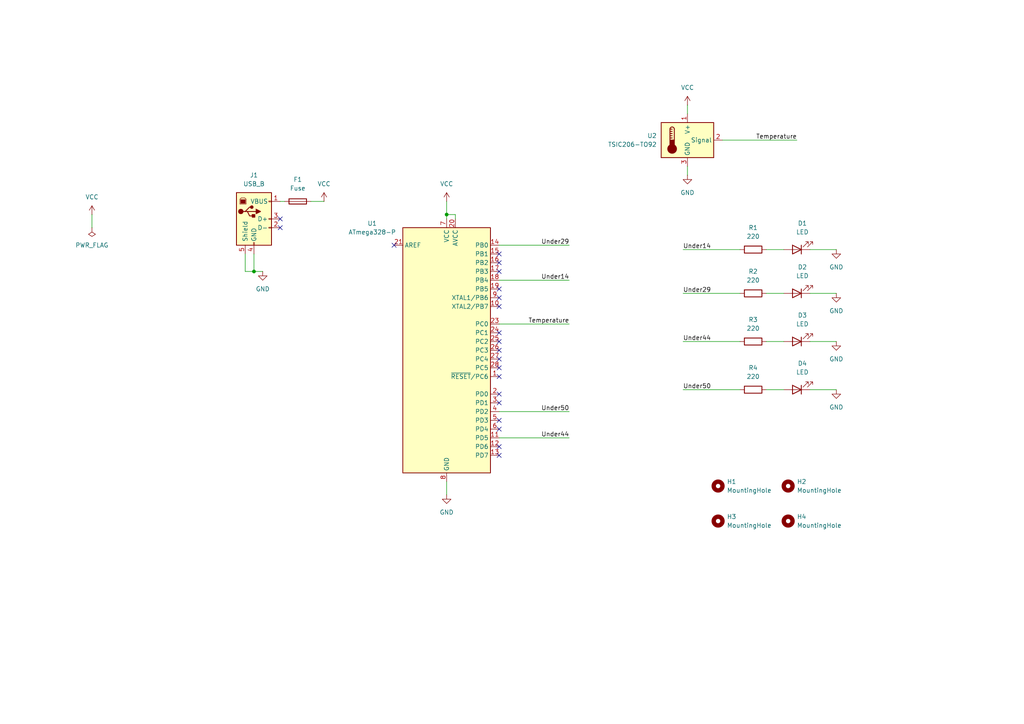
<source format=kicad_sch>
(kicad_sch (version 20231120) (generator "eeschema") (generator_version "8.0")
  (paper "A4")
  (lib_symbols
    (symbol "Connector:USB_B" (pin_names (offset 1.016))
      (property "Reference" "J" (at -5.08 11.43 0))
      (property "Value" "USB_B" (at -5.08 8.89 0))
      (symbol "USB_B_0_1"
        (rectangle (start -5.08 -7.62) (end 5.08 7.62) (stroke (width 0.254)) (fill (type background)))
        (circle (center -3.81 2.159) (radius 0.635) (stroke (width 0.254)) (fill (type outline)))
        (rectangle (start -3.81 5.588) (end -2.54 4.572) (fill (type outline)))
        (circle (center -0.635 3.429) (radius 0.381) (stroke (width 0.254)) (fill (type outline)))
        (rectangle (start -0.127 -7.62) (end 0.127 -6.858))
        (polyline (pts (xy -1.905 2.159) (xy 0.635 2.159)) (stroke (width 0.254)))
        (polyline (pts (xy -3.175 2.159) (xy -2.54 2.159) (xy -1.27 3.429) (xy -0.635 3.429)) (stroke (width 0.254)))
        (polyline (pts (xy -2.54 2.159) (xy -1.905 2.159) (xy -1.27 0.889) (xy 0 0.889)) (stroke (width 0.254)))
        (polyline (pts (xy 0.635 2.794) (xy 0.635 1.524) (xy 1.905 2.159) (xy 0.635 2.794)) (stroke (width 0.254)) (fill (type outline)))
        (polyline (pts (xy -4.064 4.318) (xy -2.286 4.318) (xy -2.286 5.715) (xy -2.667 6.096) (xy -3.683 6.096) (xy -4.064 5.715) (xy -4.064 4.318)))
        (rectangle (start 0.254 1.27) (end -0.508 0.508) (stroke (width 0.254)) (fill (type outline)))
        (rectangle (start 5.08 -2.667) (end 4.318 -2.413))
        (rectangle (start 5.08 -0.127) (end 4.318 0.127))
        (rectangle (start 5.08 4.953) (end 4.318 5.207))
      )
      (symbol "USB_B_1_1"
        (pin power_out line (at 7.62 5.08 180) (length 2.54) (name "VBUS") (number "1"))
        (pin bidirectional line (at 7.62 -2.54 180) (length 2.54) (name "D-") (number "2"))
        (pin bidirectional line (at 7.62 0 180) (length 2.54) (name "D+") (number "3"))
        (pin power_out line (at 0 -10.16 90) (length 2.54) (name "GND") (number "4"))
        (pin passive line (at -2.54 -10.16 90) (length 2.54) (name "Shield") (number "5"))
      )
    )
    (symbol "Device:Fuse" (pin_numbers hide) (pin_names (offset 0))
      (property "Reference" "F" (at 2.032 0 90))
      (property "Value" "Fuse" (at -1.905 0 90))
      (symbol "Fuse_0_1"
        (rectangle (start -0.762 -2.54) (end 0.762 2.54) (stroke (width 0.254)))
        (polyline (pts (xy 0 2.54) (xy 0 -2.54)))
      )
      (symbol "Fuse_1_1"
        (pin passive line (at 0 3.81 270) (length 1.27) (name "~") (number "1"))
        (pin passive line (at 0 -3.81 90) (length 1.27) (name "~") (number "2"))
      )
    )
    (symbol "Device:LED" (pin_numbers hide) (pin_names (offset 1.016) hide)
      (property "Reference" "D" (at 0 2.54 0))
      (property "Value" "LED" (at 0 -2.54 0))
      (symbol "LED_0_1"
        (polyline (pts (xy -1.27 -1.27) (xy -1.27 1.27)) (stroke (width 0.254)))
        (polyline (pts (xy -1.27 0) (xy 1.27 0)))
        (polyline (pts (xy 1.27 -1.27) (xy 1.27 1.27) (xy -1.27 0) (xy 1.27 -1.27)) (stroke (width 0.254)))
        (polyline (pts (xy -3.048 -0.762) (xy -4.572 -2.286) (xy -3.81 -2.286) (xy -4.572 -2.286) (xy -4.572 -1.524)))
        (polyline (pts (xy -1.778 -0.762) (xy -3.302 -2.286) (xy -2.54 -2.286) (xy -3.302 -2.286) (xy -3.302 -1.524)))
      )
      (symbol "LED_1_1"
        (pin passive line (at -3.81 0 0) (length 2.54) (name "K") (number "1"))
        (pin passive line (at 3.81 0 180) (length 2.54) (name "A") (number "2"))
      )
    )
    (symbol "Device:R" (pin_numbers hide) (pin_names (offset 0))
      (property "Reference" "R" (at 2.032 0 90))
      (property "Value" "R" (at 0 0 90))
      (symbol "R_0_1"
        (rectangle (start -1.016 -2.54) (end 1.016 2.54) (stroke (width 0.254)))
      )
      (symbol "R_1_1"
        (pin passive line (at 0 3.81 270) (length 1.27) (name "~") (number "1"))
        (pin passive line (at 0 -3.81 90) (length 1.27) (name "~") (number "2"))
      )
    )
    (symbol "MCU_Microchip_ATmega:ATmega328-P"
      (property "Reference" "U" (at -12.7 36.83 0))
      (property "Value" "ATmega328-P" (at 2.54 -36.83 0))
      (symbol "ATmega328-P_0_1"
        (rectangle (start -12.7 -35.56) (end 12.7 35.56) (stroke (width 0.254)) (fill (type background)))
      )
      (symbol "ATmega328-P_1_1"
        (pin bidirectional line (at 15.24 -7.62 180) (length 2.54) (name "~{RESET}/PC6") (number "1"))
        (pin bidirectional line (at 15.24 12.7 180) (length 2.54) (name "XTAL2/PB7") (number "10"))
        (pin bidirectional line (at 15.24 -25.4 180) (length 2.54) (name "PD5") (number "11"))
        (pin bidirectional line (at 15.24 -27.94 180) (length 2.54) (name "PD6") (number "12"))
        (pin bidirectional line (at 15.24 -30.48 180) (length 2.54) (name "PD7") (number "13"))
        (pin bidirectional line (at 15.24 30.48 180) (length 2.54) (name "PB0") (number "14"))
        (pin bidirectional line (at 15.24 27.94 180) (length 2.54) (name "PB1") (number "15"))
        (pin bidirectional line (at 15.24 25.4 180) (length 2.54) (name "PB2") (number "16"))
        (pin bidirectional line (at 15.24 22.86 180) (length 2.54) (name "PB3") (number "17"))
        (pin bidirectional line (at 15.24 20.32 180) (length 2.54) (name "PB4") (number "18"))
        (pin bidirectional line (at 15.24 17.78 180) (length 2.54) (name "PB5") (number "19"))
        (pin bidirectional line (at 15.24 -12.7 180) (length 2.54) (name "PD0") (number "2"))
        (pin power_in line (at 2.54 38.1 270) (length 2.54) (name "AVCC") (number "20"))
        (pin passive line (at -15.24 30.48 0) (length 2.54) (name "AREF") (number "21"))
        (pin passive line (at 0 -38.1 90) (length 2.54) hide (name "GND") (number "22"))
        (pin bidirectional line (at 15.24 7.62 180) (length 2.54) (name "PC0") (number "23"))
        (pin bidirectional line (at 15.24 5.08 180) (length 2.54) (name "PC1") (number "24"))
        (pin bidirectional line (at 15.24 2.54 180) (length 2.54) (name "PC2") (number "25"))
        (pin bidirectional line (at 15.24 0 180) (length 2.54) (name "PC3") (number "26"))
        (pin bidirectional line (at 15.24 -2.54 180) (length 2.54) (name "PC4") (number "27"))
        (pin bidirectional line (at 15.24 -5.08 180) (length 2.54) (name "PC5") (number "28"))
        (pin bidirectional line (at 15.24 -15.24 180) (length 2.54) (name "PD1") (number "3"))
        (pin bidirectional line (at 15.24 -17.78 180) (length 2.54) (name "PD2") (number "4"))
        (pin bidirectional line (at 15.24 -20.32 180) (length 2.54) (name "PD3") (number "5"))
        (pin bidirectional line (at 15.24 -22.86 180) (length 2.54) (name "PD4") (number "6"))
        (pin power_in line (at 0 38.1 270) (length 2.54) (name "VCC") (number "7"))
        (pin power_in line (at 0 -38.1 90) (length 2.54) (name "GND") (number "8"))
        (pin bidirectional line (at 15.24 15.24 180) (length 2.54) (name "XTAL1/PB6") (number "9"))
      )
    )
    (symbol "Mechanical:MountingHole" (pin_names (offset 1.016)) (exclude_from_sim yes) (in_bom no)
      (property "Reference" "H" (at 0 5.08 0))
      (property "Value" "MountingHole" (at 0 3.175 0))
      (symbol "MountingHole_0_1"
        (circle (center 0 0) (radius 1.27) (stroke (width 1.27)))
      )
    )
    (symbol "Sensor_Temperature:TSIC206-TO92"
      (property "Reference" "U" (at -6.35 6.35 0))
      (property "Value" "TSIC206-TO92" (at 1.27 6.35 0))
      (symbol "TSIC206-TO92_0_1"
        (rectangle (start -7.62 5.08) (end 7.62 -5.08) (stroke (width 0.254)) (fill (type background)))
        (circle (center -4.445 -2.54) (radius 1.27) (stroke (width 0.254)) (fill (type outline)))
        (rectangle (start -3.81 -1.905) (end -5.08 0) (stroke (width 0.254)) (fill (type outline)))
        (arc (start -3.81 3.175) (mid -4.445 3.8073) (end -5.08 3.175) (stroke (width 0.254)))
        (polyline (pts (xy -5.08 0.635) (xy -4.445 0.635)) (stroke (width 0.254)))
        (polyline (pts (xy -5.08 1.27) (xy -4.445 1.27)) (stroke (width 0.254)))
        (polyline (pts (xy -5.08 1.905) (xy -4.445 1.905)) (stroke (width 0.254)))
        (polyline (pts (xy -5.08 2.54) (xy -4.445 2.54)) (stroke (width 0.254)))
        (polyline (pts (xy -5.08 3.175) (xy -5.08 0)) (stroke (width 0.254)))
        (polyline (pts (xy -5.08 3.175) (xy -4.445 3.175)) (stroke (width 0.254)))
        (polyline (pts (xy -3.81 3.175) (xy -3.81 0)) (stroke (width 0.254)))
      )
      (symbol "TSIC206-TO92_1_1"
        (pin power_in line (at 0 7.62 270) (length 2.54) (name "V+") (number "1"))
        (pin output line (at 10.16 0 180) (length 2.54) (name "Signal") (number "2"))
        (pin power_in line (at 0 -7.62 90) (length 2.54) (name "GND") (number "3"))
      )
    )
    (symbol "power:GND" (power) (pin_numbers hide) (pin_names (offset 0) hide)
      (property "Value" "GND" (at 0 -3.81 0))
      (symbol "GND_0_1"
        (polyline (pts (xy 0 0) (xy 0 -1.27) (xy 1.27 -1.27) (xy 0 -2.54) (xy -1.27 -1.27) (xy 0 -1.27)))
      )
      (symbol "GND_1_1"
        (pin power_in line (at 0 0 270) (length 0) (name "~") (number "1"))
      )
    )
    (symbol "power:PWR_FLAG" (power) (pin_numbers hide) (pin_names (offset 0) hide)
      (property "Value" "PWR_FLAG" (at 0 3.81 0))
      (symbol "PWR_FLAG_0_0"
        (pin power_out line (at 0 0 90) (length 0) (name "~") (number "1"))
      )
      (symbol "PWR_FLAG_0_1"
        (polyline (pts (xy 0 0) (xy 0 1.27) (xy -1.016 1.905) (xy 0 2.54) (xy 1.016 1.905) (xy 0 1.27)))
      )
    )
    (symbol "power:VCC" (power) (pin_numbers hide) (pin_names (offset 0) hide)
      (property "Value" "VCC" (at 0 3.556 0))
      (symbol "VCC_0_1"
        (polyline (pts (xy -0.762 1.27) (xy 0 2.54)))
        (polyline (pts (xy 0 0) (xy 0 2.54)))
        (polyline (pts (xy 0 2.54) (xy 0.762 1.27)))
      )
      (symbol "VCC_1_1"
        (pin power_in line (at 0 0 90) (length 0) (name "~") (number "1"))
      )
    )
  )
  (junction (at 73.66 78.74))
  (junction (at 129.54 62.23))
  (no_connect (at 81.28 63.5))
  (no_connect (at 144.78 73.66))
  (no_connect (at 144.78 121.92))
  (no_connect (at 144.78 104.14))
  (no_connect (at 144.78 114.3))
  (no_connect (at 144.78 99.06))
  (no_connect (at 144.78 86.36))
  (no_connect (at 144.78 78.74))
  (no_connect (at 144.78 101.6))
  (no_connect (at 144.78 116.84))
  (no_connect (at 144.78 129.54))
  (no_connect (at 114.3 71.12))
  (no_connect (at 144.78 88.9))
  (no_connect (at 144.78 132.08))
  (no_connect (at 144.78 76.2))
  (no_connect (at 144.78 109.22))
  (no_connect (at 144.78 96.52))
  (no_connect (at 144.78 124.46))
  (no_connect (at 144.78 83.82))
  (no_connect (at 144.78 106.68))
  (no_connect (at 81.28 66.04))
  (wire (pts (xy 222.25 72.39) (xy 227.33 72.39)))
  (wire (pts (xy 144.78 127) (xy 165.1 127)))
  (wire (pts (xy 90.17 58.42) (xy 93.98 58.42)))
  (wire (pts (xy 73.66 73.66) (xy 73.66 78.74)))
  (wire (pts (xy 222.25 85.09) (xy 227.33 85.09)))
  (wire (pts (xy 144.78 81.28) (xy 165.1 81.28)))
  (wire (pts (xy 222.25 99.06) (xy 227.33 99.06)))
  (wire (pts (xy 144.78 119.38) (xy 165.1 119.38)))
  (wire (pts (xy 144.78 93.98) (xy 165.1 93.98)))
  (wire (pts (xy 198.12 113.03) (xy 214.63 113.03)))
  (wire (pts (xy 129.54 139.7) (xy 129.54 143.51)))
  (wire (pts (xy 26.67 62.23) (xy 26.67 66.04)))
  (wire (pts (xy 198.12 85.09) (xy 214.63 85.09)))
  (wire (pts (xy 199.39 48.26) (xy 199.39 50.8)))
  (wire (pts (xy 144.78 71.12) (xy 165.1 71.12)))
  (wire (pts (xy 81.28 58.42) (xy 82.55 58.42)))
  (wire (pts (xy 234.95 113.03) (xy 242.57 113.03)))
  (wire (pts (xy 129.54 58.42) (xy 129.54 62.23)))
  (wire (pts (xy 73.66 78.74) (xy 76.2 78.74)))
  (wire (pts (xy 198.12 72.39) (xy 214.63 72.39)))
  (wire (pts (xy 234.95 72.39) (xy 242.57 72.39)))
  (wire (pts (xy 132.08 63.5) (xy 132.08 62.23)))
  (wire (pts (xy 71.12 78.74) (xy 73.66 78.74)))
  (wire (pts (xy 234.95 85.09) (xy 242.57 85.09)))
  (wire (pts (xy 198.12 99.06) (xy 214.63 99.06)))
  (wire (pts (xy 209.55 40.64) (xy 231.14 40.64)))
  (wire (pts (xy 222.25 113.03) (xy 227.33 113.03)))
  (wire (pts (xy 132.08 62.23) (xy 129.54 62.23)))
  (wire (pts (xy 71.12 73.66) (xy 71.12 78.74)))
  (wire (pts (xy 234.95 99.06) (xy 242.57 99.06)))
  (wire (pts (xy 199.39 30.48) (xy 199.39 33.02)))
  (wire (pts (xy 129.54 62.23) (xy 129.54 63.5)))
  (label "Under29" (at 165.1 71.12 180))
  (label "Under14" (at 198.12 72.39 0))
  (label "Temperature" (at 165.1 93.98 180))
  (label "Under14" (at 165.1 81.28 180))
  (label "Under44" (at 165.1 127 180))
  (label "Under50" (at 165.1 119.38 180))
  (label "Under50" (at 198.12 113.03 0))
  (label "Temperature" (at 231.14 40.64 180))
  (label "Under29" (at 198.12 85.09 0))
  (label "Under44" (at 198.12 99.06 0))
  (symbol (lib_id "power:GND") (at 242.57 99.06 0) (unit 1)
    (property "Reference" "#PWR05" (effects (hide yes)))
    (property "Value" "GND" (at 242.57 104.14 0))
    (property "Description" "Power symbol creates a global label with name \"GND\" , ground" (effects (hide yes)))
  )
  (symbol (lib_id "Device:LED") (at 231.14 85.09 180) (unit 1)
    (property "Reference" "D2" (at 232.7275 77.47 0))
    (property "Value" "LED" (at 232.7275 80.01 0))
    (property "Footprint" "LED_THT:LED_D5.0mm_Clear" (effects (hide yes)))
    (property "Description" "Light emitting diode" (effects (hide yes)))
  )
  (symbol (lib_id "power:VCC") (at 129.54 58.42 0) (unit 1)
    (property "Reference" "#PWR07" (effects (hide yes)))
    (property "Value" "VCC" (at 129.54 53.34 0))
    (property "Description" "Power symbol creates a global label with name \"VCC\"" (effects (hide yes)))
  )
  (symbol (lib_id "Device:R") (at 218.44 72.39 90) (unit 1)
    (property "Reference" "R1" (at 218.44 66.04 90))
    (property "Value" "220" (at 218.44 68.58 90))
    (property "Footprint" "Resistor_THT:R_Axial_DIN0207_L6.3mm_D2.5mm_P10.16mm_Horizontal" (effects (hide yes)))
    (property "Description" "Resistor" (effects (hide yes)))
  )
  (symbol (lib_id "Sensor_Temperature:TSIC206-TO92") (at 199.39 40.64 0) (unit 1)
    (property "Reference" "U2" (at 190.5 39.3699 0) (effects (justify right)))
    (property "Value" "TSIC206-TO92" (at 190.5 41.9099 0) (effects (justify right)))
    (property "Footprint" "Package_TO_SOT_THT:TO-92_Inline" (effects (hide yes)))
    (property "Datasheet" "https://shop.bb-sensors.com/out/media/Datasheet_Digital_Semiconductor_temperatur_sensor_TSIC.pdf" (effects (hide yes)))
    (property "Description" "Digital temperature sensor, range -50 ... +150 °C, 0.5 K accuracy, TO-92" (effects (hide yes)))
  )
  (symbol (lib_id "Device:R") (at 218.44 85.09 90) (unit 1)
    (property "Reference" "R2" (at 218.44 78.74 90))
    (property "Value" "220" (at 218.44 81.28 90))
    (property "Footprint" "Resistor_THT:R_Axial_DIN0207_L6.3mm_D2.5mm_P10.16mm_Horizontal" (effects (hide yes)))
    (property "Description" "Resistor" (effects (hide yes)))
  )
  (symbol (lib_id "Device:Fuse") (at 86.36 58.42 90) (unit 1)
    (property "Reference" "F1" (at 86.36 52.07 90))
    (property "Value" "Fuse" (at 86.36 54.61 90))
    (property "Footprint" "Fuse:Fuse_0402_1005Metric" (effects (hide yes)))
    (property "Description" "Fuse" (effects (hide yes)))
  )
  (symbol (lib_id "Device:LED") (at 231.14 99.06 180) (unit 1)
    (property "Reference" "D3" (at 232.7275 91.44 0))
    (property "Value" "LED" (at 232.7275 93.98 0))
    (property "Footprint" "LED_THT:LED_D5.0mm_Clear" (effects (hide yes)))
    (property "Description" "Light emitting diode" (effects (hide yes)))
  )
  (symbol (lib_id "power:GND") (at 242.57 85.09 0) (unit 1)
    (property "Reference" "#PWR04" (effects (hide yes)))
    (property "Value" "GND" (at 242.57 90.17 0))
    (property "Description" "Power symbol creates a global label with name \"GND\" , ground" (effects (hide yes)))
  )
  (symbol (lib_id "Mechanical:MountingHole") (at 208.28 151.13 0) (unit 1) (exclude_from_sim yes) (in_bom no)
    (property "Reference" "H3" (at 210.82 149.8599 0) (effects (justify left)))
    (property "Value" "MountingHole" (at 210.82 152.3999 0) (effects (justify left)))
    (property "Footprint" "MountingHole:MountingHole_3.2mm_M3_Pad" (effects (hide yes)))
    (property "Description" "Mounting Hole without connection" (effects (hide yes)))
  )
  (symbol (lib_id "Mechanical:MountingHole") (at 228.6 151.13 0) (unit 1) (exclude_from_sim yes) (in_bom no)
    (property "Reference" "H4" (at 231.14 149.8599 0) (effects (justify left)))
    (property "Value" "MountingHole" (at 231.14 152.3999 0) (effects (justify left)))
    (property "Footprint" "MountingHole:MountingHole_3.2mm_M3_Pad" (effects (hide yes)))
    (property "Description" "Mounting Hole without connection" (effects (hide yes)))
  )
  (symbol (lib_id "power:PWR_FLAG") (at 26.67 66.04 180) (unit 1)
    (property "Reference" "#FLG01" (effects (hide yes)))
    (property "Value" "PWR_FLAG" (at 26.67 71.12 0))
    (property "Description" "Special symbol for telling ERC where power comes from" (effects (hide yes)))
  )
  (symbol (lib_id "power:GND") (at 242.57 113.03 0) (unit 1)
    (property "Reference" "#PWR06" (effects (hide yes)))
    (property "Value" "GND" (at 242.57 118.11 0))
    (property "Description" "Power symbol creates a global label with name \"GND\" , ground" (effects (hide yes)))
  )
  (symbol (lib_id "Device:R") (at 218.44 113.03 90) (unit 1)
    (property "Reference" "R4" (at 218.44 106.68 90))
    (property "Value" "220" (at 218.44 109.22 90))
    (property "Footprint" "Resistor_THT:R_Axial_DIN0207_L6.3mm_D2.5mm_P10.16mm_Horizontal" (effects (hide yes)))
    (property "Description" "Resistor" (effects (hide yes)))
  )
  (symbol (lib_id "Mechanical:MountingHole") (at 208.28 140.97 0) (unit 1) (exclude_from_sim yes) (in_bom no)
    (property "Reference" "H1" (at 210.82 139.6999 0) (effects (justify left)))
    (property "Value" "MountingHole" (at 210.82 142.2399 0) (effects (justify left)))
    (property "Footprint" "MountingHole:MountingHole_3.2mm_M3_Pad" (effects (hide yes)))
    (property "Description" "Mounting Hole without connection" (effects (hide yes)))
  )
  (symbol (lib_id "MCU_Microchip_ATmega:ATmega328-P") (at 129.54 101.6 0) (unit 1)
    (property "Reference" "U1" (at 107.95 64.8014 0))
    (property "Value" "ATmega328-P" (at 107.95 67.3414 0))
    (property "Footprint" "Package_DIP:DIP-28_W7.62mm" (effects (hide yes)))
    (property "Datasheet" "http://ww1.microchip.com/downloads/en/DeviceDoc/ATmega328_P%20AVR%20MCU%20with%20picoPower%20Technology%20Data%20Sheet%2040001984A.pdf" (effects (hide yes)))
    (property "Description" "20MHz, 32kB Flash, 2kB SRAM, 1kB EEPROM, DIP-28" (effects (hide yes)))
  )
  (symbol (lib_id "Connector:USB_B") (at 73.66 63.5 0) (unit 1)
    (property "Reference" "J1" (at 73.66 50.8 0))
    (property "Value" "USB_B" (at 73.66 53.34 0))
    (property "Footprint" "Connector_USB:USB_B_Amphenol_MUSB-D511_Vertical_Rugged" (effects (hide yes)))
    (property "Description" "USB Type B connector" (effects (hide yes)))
  )
  (symbol (lib_id "Device:R") (at 218.44 99.06 90) (unit 1)
    (property "Reference" "R3" (at 218.44 92.71 90))
    (property "Value" "220" (at 218.44 95.25 90))
    (property "Footprint" "Resistor_THT:R_Axial_DIN0207_L6.3mm_D2.5mm_P10.16mm_Horizontal" (effects (hide yes)))
    (property "Description" "Resistor" (effects (hide yes)))
  )
  (symbol (lib_id "Device:LED") (at 231.14 72.39 180) (unit 1)
    (property "Reference" "D1" (at 232.7275 64.77 0))
    (property "Value" "LED" (at 232.7275 67.31 0))
    (property "Footprint" "LED_THT:LED_D5.0mm_Clear" (effects (hide yes)))
    (property "Description" "Light emitting diode" (effects (hide yes)))
  )
  (symbol (lib_id "power:VCC") (at 26.67 62.23 0) (unit 1)
    (property "Reference" "#PWR011" (effects (hide yes)))
    (property "Value" "VCC" (at 26.67 57.15 0))
    (property "Description" "Power symbol creates a global label with name \"VCC\"" (effects (hide yes)))
  )
  (symbol (lib_id "power:VCC") (at 93.98 58.42 0) (unit 1)
    (property "Reference" "#PWR010" (effects (hide yes)))
    (property "Value" "VCC" (at 93.98 53.34 0))
    (property "Description" "Power symbol creates a global label with name \"VCC\"" (effects (hide yes)))
  )
  (symbol (lib_id "Mechanical:MountingHole") (at 228.6 140.97 0) (unit 1) (exclude_from_sim yes) (in_bom no)
    (property "Reference" "H2" (at 231.14 139.6999 0) (effects (justify left)))
    (property "Value" "MountingHole" (at 231.14 142.2399 0) (effects (justify left)))
    (property "Footprint" "MountingHole:MountingHole_3.2mm_M3_Pad" (effects (hide yes)))
    (property "Description" "Mounting Hole without connection" (effects (hide yes)))
  )
  (symbol (lib_id "power:GND") (at 242.57 72.39 0) (unit 1)
    (property "Reference" "#PWR03" (effects (hide yes)))
    (property "Value" "GND" (at 242.57 77.47 0))
    (property "Description" "Power symbol creates a global label with name \"GND\" , ground" (effects (hide yes)))
  )
  (symbol (lib_id "power:GND") (at 129.54 143.51 0) (unit 1)
    (property "Reference" "#PWR08" (effects (hide yes)))
    (property "Value" "GND" (at 129.54 148.59 0))
    (property "Description" "Power symbol creates a global label with name \"GND\" , ground" (effects (hide yes)))
  )
  (symbol (lib_id "power:GND") (at 199.39 50.8 0) (unit 1)
    (property "Reference" "#PWR02" (effects (hide yes)))
    (property "Value" "GND" (at 199.39 55.88 0))
    (property "Description" "Power symbol creates a global label with name \"GND\" , ground" (effects (hide yes)))
  )
  (symbol (lib_id "power:VCC") (at 199.39 30.48 0) (unit 1)
    (property "Reference" "#PWR01" (effects (hide yes)))
    (property "Value" "VCC" (at 199.39 25.4 0))
    (property "Description" "Power symbol creates a global label with name \"VCC\"" (effects (hide yes)))
  )
  (symbol (lib_id "power:GND") (at 76.2 78.74 0) (unit 1)
    (property "Reference" "#PWR09" (effects (hide yes)))
    (property "Value" "GND" (at 76.2 83.82 0))
    (property "Description" "Power symbol creates a global label with name \"GND\" , ground" (effects (hide yes)))
  )
  (symbol (lib_id "Device:LED") (at 231.14 113.03 180) (unit 1)
    (property "Reference" "D4" (at 232.7275 105.41 0))
    (property "Value" "LED" (at 232.7275 107.95 0))
    (property "Footprint" "LED_THT:LED_D5.0mm_Clear" (effects (hide yes)))
    (property "Description" "Light emitting diode" (effects (hide yes)))
  )
)
</source>
